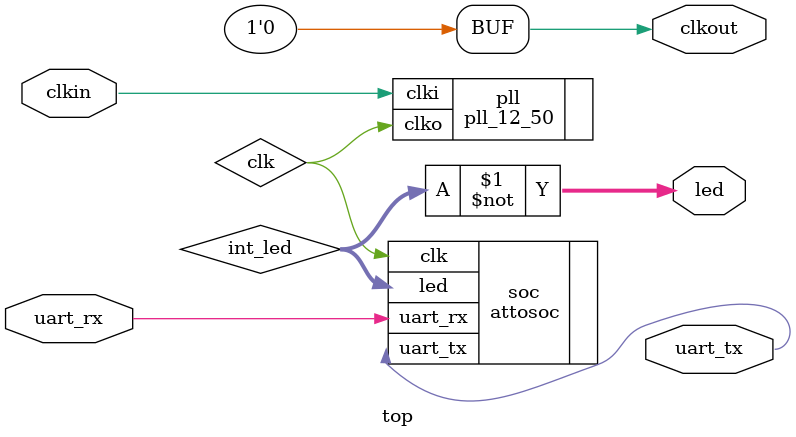
<source format=v>
module top(
    input clkin,
    output [7:0] led,
    output uart_tx,
    input uart_rx,
    output clkout
);

wire clk;
wire [7:0] int_led;

pll_12_50 pll(
    .clki(clkin),
    .clko(clk)
);

attosoc soc(
    .clk(clk),
    .led(int_led),
    .uart_tx(uart_tx),
    .uart_rx(uart_rx),
);

assign led = ~int_led;
assign clkout = 0; //clk;

endmodule

</source>
